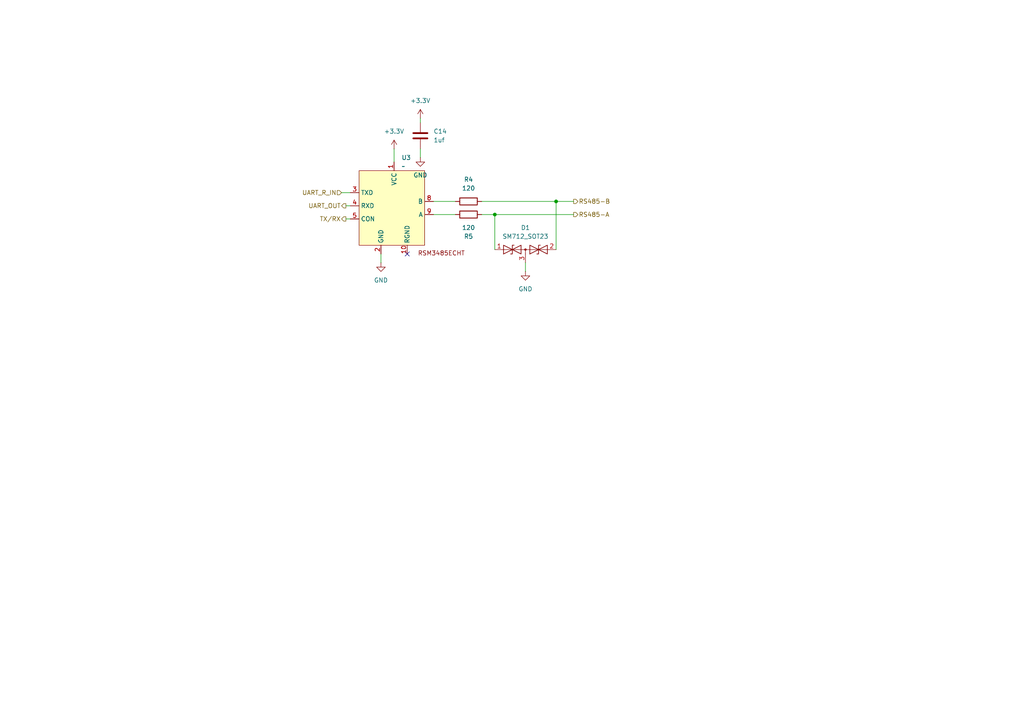
<source format=kicad_sch>
(kicad_sch
	(version 20250114)
	(generator "eeschema")
	(generator_version "9.0")
	(uuid "c626e9de-39b7-4430-bd26-fa7c1efe21e8")
	(paper "A4")
	(lib_symbols
		(symbol "Device:C"
			(pin_numbers
				(hide yes)
			)
			(pin_names
				(offset 0.254)
			)
			(exclude_from_sim no)
			(in_bom yes)
			(on_board yes)
			(property "Reference" "C"
				(at 0.635 2.54 0)
				(effects
					(font
						(size 1.27 1.27)
					)
					(justify left)
				)
			)
			(property "Value" "C"
				(at 0.635 -2.54 0)
				(effects
					(font
						(size 1.27 1.27)
					)
					(justify left)
				)
			)
			(property "Footprint" ""
				(at 0.9652 -3.81 0)
				(effects
					(font
						(size 1.27 1.27)
					)
					(hide yes)
				)
			)
			(property "Datasheet" "~"
				(at 0 0 0)
				(effects
					(font
						(size 1.27 1.27)
					)
					(hide yes)
				)
			)
			(property "Description" "Unpolarized capacitor"
				(at 0 0 0)
				(effects
					(font
						(size 1.27 1.27)
					)
					(hide yes)
				)
			)
			(property "ki_keywords" "cap capacitor"
				(at 0 0 0)
				(effects
					(font
						(size 1.27 1.27)
					)
					(hide yes)
				)
			)
			(property "ki_fp_filters" "C_*"
				(at 0 0 0)
				(effects
					(font
						(size 1.27 1.27)
					)
					(hide yes)
				)
			)
			(symbol "C_0_1"
				(polyline
					(pts
						(xy -2.032 0.762) (xy 2.032 0.762)
					)
					(stroke
						(width 0.508)
						(type default)
					)
					(fill
						(type none)
					)
				)
				(polyline
					(pts
						(xy -2.032 -0.762) (xy 2.032 -0.762)
					)
					(stroke
						(width 0.508)
						(type default)
					)
					(fill
						(type none)
					)
				)
			)
			(symbol "C_1_1"
				(pin passive line
					(at 0 3.81 270)
					(length 2.794)
					(name "~"
						(effects
							(font
								(size 1.27 1.27)
							)
						)
					)
					(number "1"
						(effects
							(font
								(size 1.27 1.27)
							)
						)
					)
				)
				(pin passive line
					(at 0 -3.81 90)
					(length 2.794)
					(name "~"
						(effects
							(font
								(size 1.27 1.27)
							)
						)
					)
					(number "2"
						(effects
							(font
								(size 1.27 1.27)
							)
						)
					)
				)
			)
			(embedded_fonts no)
		)
		(symbol "Device:R"
			(pin_numbers
				(hide yes)
			)
			(pin_names
				(offset 0)
			)
			(exclude_from_sim no)
			(in_bom yes)
			(on_board yes)
			(property "Reference" "R"
				(at 2.032 0 90)
				(effects
					(font
						(size 1.27 1.27)
					)
				)
			)
			(property "Value" "R"
				(at 0 0 90)
				(effects
					(font
						(size 1.27 1.27)
					)
				)
			)
			(property "Footprint" ""
				(at -1.778 0 90)
				(effects
					(font
						(size 1.27 1.27)
					)
					(hide yes)
				)
			)
			(property "Datasheet" "~"
				(at 0 0 0)
				(effects
					(font
						(size 1.27 1.27)
					)
					(hide yes)
				)
			)
			(property "Description" "Resistor"
				(at 0 0 0)
				(effects
					(font
						(size 1.27 1.27)
					)
					(hide yes)
				)
			)
			(property "ki_keywords" "R res resistor"
				(at 0 0 0)
				(effects
					(font
						(size 1.27 1.27)
					)
					(hide yes)
				)
			)
			(property "ki_fp_filters" "R_*"
				(at 0 0 0)
				(effects
					(font
						(size 1.27 1.27)
					)
					(hide yes)
				)
			)
			(symbol "R_0_1"
				(rectangle
					(start -1.016 -2.54)
					(end 1.016 2.54)
					(stroke
						(width 0.254)
						(type default)
					)
					(fill
						(type none)
					)
				)
			)
			(symbol "R_1_1"
				(pin passive line
					(at 0 3.81 270)
					(length 1.27)
					(name "~"
						(effects
							(font
								(size 1.27 1.27)
							)
						)
					)
					(number "1"
						(effects
							(font
								(size 1.27 1.27)
							)
						)
					)
				)
				(pin passive line
					(at 0 -3.81 90)
					(length 1.27)
					(name "~"
						(effects
							(font
								(size 1.27 1.27)
							)
						)
					)
					(number "2"
						(effects
							(font
								(size 1.27 1.27)
							)
						)
					)
				)
			)
			(embedded_fonts no)
		)
		(symbol "Diode:SM712_SOT23"
			(pin_names
				(offset 1.016)
				(hide yes)
			)
			(exclude_from_sim no)
			(in_bom yes)
			(on_board yes)
			(property "Reference" "D"
				(at 0 4.445 0)
				(effects
					(font
						(size 1.27 1.27)
					)
				)
			)
			(property "Value" "SM712_SOT23"
				(at 0 2.54 0)
				(effects
					(font
						(size 1.27 1.27)
					)
				)
			)
			(property "Footprint" "Package_TO_SOT_SMD:SOT-23"
				(at 0 -8.89 0)
				(effects
					(font
						(size 1.27 1.27)
					)
					(hide yes)
				)
			)
			(property "Datasheet" "https://www.littelfuse.com/~/media/electronics/datasheets/tvs_diode_arrays/littelfuse_tvs_diode_array_sm712_datasheet.pdf.pdf"
				(at -3.81 0 0)
				(effects
					(font
						(size 1.27 1.27)
					)
					(hide yes)
				)
			)
			(property "Description" "7V/12V, 600W Asymmetrical TVS Diode Array, SOT-23"
				(at 0 0 0)
				(effects
					(font
						(size 1.27 1.27)
					)
					(hide yes)
				)
			)
			(property "ki_keywords" "transient voltage suppressor thyrector transil"
				(at 0 0 0)
				(effects
					(font
						(size 1.27 1.27)
					)
					(hide yes)
				)
			)
			(property "ki_fp_filters" "SOT?23*"
				(at 0 0 0)
				(effects
					(font
						(size 1.27 1.27)
					)
					(hide yes)
				)
			)
			(symbol "SM712_SOT23_0_0"
				(polyline
					(pts
						(xy 0 -1.27) (xy 0 0)
					)
					(stroke
						(width 0)
						(type default)
					)
					(fill
						(type none)
					)
				)
			)
			(symbol "SM712_SOT23_0_1"
				(polyline
					(pts
						(xy -6.35 0) (xy 6.35 0)
					)
					(stroke
						(width 0)
						(type default)
					)
					(fill
						(type none)
					)
				)
				(polyline
					(pts
						(xy -6.35 -1.27) (xy -1.27 1.27) (xy -1.27 -1.27) (xy -6.35 1.27) (xy -6.35 -1.27)
					)
					(stroke
						(width 0.2032)
						(type default)
					)
					(fill
						(type none)
					)
				)
				(polyline
					(pts
						(xy -3.302 1.27) (xy -3.81 1.27) (xy -3.81 -1.27) (xy -4.318 -1.27)
					)
					(stroke
						(width 0.2032)
						(type default)
					)
					(fill
						(type none)
					)
				)
				(circle
					(center 0 0)
					(radius 0.254)
					(stroke
						(width 0)
						(type default)
					)
					(fill
						(type outline)
					)
				)
				(polyline
					(pts
						(xy 1.27 -1.27) (xy 1.27 1.27) (xy 6.35 -1.27) (xy 6.35 1.27) (xy 1.27 -1.27)
					)
					(stroke
						(width 0.2032)
						(type default)
					)
					(fill
						(type none)
					)
				)
				(polyline
					(pts
						(xy 4.318 1.27) (xy 3.81 1.27) (xy 3.81 -1.27) (xy 3.302 -1.27)
					)
					(stroke
						(width 0.2032)
						(type default)
					)
					(fill
						(type none)
					)
				)
			)
			(symbol "SM712_SOT23_1_1"
				(pin passive line
					(at -8.89 0 0)
					(length 2.54)
					(name "A1"
						(effects
							(font
								(size 1.27 1.27)
							)
						)
					)
					(number "1"
						(effects
							(font
								(size 1.27 1.27)
							)
						)
					)
				)
				(pin input line
					(at 0 -3.81 90)
					(length 2.54)
					(name "common"
						(effects
							(font
								(size 1.27 1.27)
							)
						)
					)
					(number "3"
						(effects
							(font
								(size 1.27 1.27)
							)
						)
					)
				)
				(pin passive line
					(at 8.89 0 180)
					(length 2.54)
					(name "A2"
						(effects
							(font
								(size 1.27 1.27)
							)
						)
					)
					(number "2"
						(effects
							(font
								(size 1.27 1.27)
							)
						)
					)
				)
			)
			(embedded_fonts no)
		)
		(symbol "Riqi_Parts:YLPTEC_RSM3485ECHT"
			(exclude_from_sim no)
			(in_bom yes)
			(on_board yes)
			(property "Reference" "U"
				(at 1.778 1.016 0)
				(effects
					(font
						(size 1.27 1.27)
					)
				)
			)
			(property "Value" ""
				(at 0 0 0)
				(effects
					(font
						(size 1.27 1.27)
					)
				)
			)
			(property "Footprint" "Riqi_Parts:YLPTEC RSM3485ECHT"
				(at 0 0 0)
				(effects
					(font
						(size 1.27 1.27)
					)
					(hide yes)
				)
			)
			(property "Datasheet" "https://lcsc.com/datasheet/lcsc_datasheet_2411051508_YLPTEC-RSM3485ECHT_C2992406.pdf"
				(at 0 0 0)
				(effects
					(font
						(size 1.27 1.27)
					)
					(hide yes)
				)
			)
			(property "Description" "RS485 ISOLATED MODULE"
				(at 0 0 0)
				(effects
					(font
						(size 1.27 1.27)
					)
					(hide yes)
				)
			)
			(symbol "YLPTEC_RSM3485ECHT_1_1"
				(rectangle
					(start -15.24 -1.27)
					(end 3.81 -22.86)
					(stroke
						(width 0)
						(type solid)
					)
					(fill
						(type background)
					)
				)
				(text "RSM3485ECHT"
					(at 8.636 -25.146 0)
					(effects
						(font
							(size 1.27 1.27)
						)
					)
				)
				(pin bidirectional line
					(at -17.78 -7.62 0)
					(length 2.54)
					(name "TXD"
						(effects
							(font
								(size 1.27 1.27)
							)
						)
					)
					(number "3"
						(effects
							(font
								(size 1.27 1.27)
							)
						)
					)
				)
				(pin bidirectional line
					(at -17.78 -11.43 0)
					(length 2.54)
					(name "RXD"
						(effects
							(font
								(size 1.27 1.27)
							)
						)
					)
					(number "4"
						(effects
							(font
								(size 1.27 1.27)
							)
						)
					)
				)
				(pin bidirectional line
					(at -17.78 -15.24 0)
					(length 2.54)
					(name "CON"
						(effects
							(font
								(size 1.27 1.27)
							)
						)
					)
					(number "5"
						(effects
							(font
								(size 1.27 1.27)
							)
						)
					)
				)
				(pin power_in line
					(at -8.89 -25.4 90)
					(length 2.54)
					(name "GND"
						(effects
							(font
								(size 1.27 1.27)
							)
						)
					)
					(number "2"
						(effects
							(font
								(size 1.27 1.27)
							)
						)
					)
				)
				(pin power_in line
					(at -5.08 1.27 270)
					(length 2.54)
					(name "VCC"
						(effects
							(font
								(size 1.27 1.27)
							)
						)
					)
					(number "1"
						(effects
							(font
								(size 1.27 1.27)
							)
						)
					)
				)
				(pin power_in line
					(at -1.27 -25.4 90)
					(length 2.54)
					(name "RGND"
						(effects
							(font
								(size 1.27 1.27)
							)
						)
					)
					(number "10"
						(effects
							(font
								(size 1.27 1.27)
							)
						)
					)
				)
				(pin bidirectional line
					(at 6.35 -10.16 180)
					(length 2.54)
					(name "B"
						(effects
							(font
								(size 1.27 1.27)
							)
						)
					)
					(number "8"
						(effects
							(font
								(size 1.27 1.27)
							)
						)
					)
				)
				(pin bidirectional line
					(at 6.35 -13.97 180)
					(length 2.54)
					(name "A"
						(effects
							(font
								(size 1.27 1.27)
							)
						)
					)
					(number "9"
						(effects
							(font
								(size 1.27 1.27)
							)
						)
					)
				)
			)
			(embedded_fonts no)
		)
		(symbol "power:+3.3V"
			(power)
			(pin_numbers
				(hide yes)
			)
			(pin_names
				(offset 0)
				(hide yes)
			)
			(exclude_from_sim no)
			(in_bom yes)
			(on_board yes)
			(property "Reference" "#PWR"
				(at 0 -3.81 0)
				(effects
					(font
						(size 1.27 1.27)
					)
					(hide yes)
				)
			)
			(property "Value" "+3.3V"
				(at 0 3.556 0)
				(effects
					(font
						(size 1.27 1.27)
					)
				)
			)
			(property "Footprint" ""
				(at 0 0 0)
				(effects
					(font
						(size 1.27 1.27)
					)
					(hide yes)
				)
			)
			(property "Datasheet" ""
				(at 0 0 0)
				(effects
					(font
						(size 1.27 1.27)
					)
					(hide yes)
				)
			)
			(property "Description" "Power symbol creates a global label with name \"+3.3V\""
				(at 0 0 0)
				(effects
					(font
						(size 1.27 1.27)
					)
					(hide yes)
				)
			)
			(property "ki_keywords" "global power"
				(at 0 0 0)
				(effects
					(font
						(size 1.27 1.27)
					)
					(hide yes)
				)
			)
			(symbol "+3.3V_0_1"
				(polyline
					(pts
						(xy -0.762 1.27) (xy 0 2.54)
					)
					(stroke
						(width 0)
						(type default)
					)
					(fill
						(type none)
					)
				)
				(polyline
					(pts
						(xy 0 2.54) (xy 0.762 1.27)
					)
					(stroke
						(width 0)
						(type default)
					)
					(fill
						(type none)
					)
				)
				(polyline
					(pts
						(xy 0 0) (xy 0 2.54)
					)
					(stroke
						(width 0)
						(type default)
					)
					(fill
						(type none)
					)
				)
			)
			(symbol "+3.3V_1_1"
				(pin power_in line
					(at 0 0 90)
					(length 0)
					(name "~"
						(effects
							(font
								(size 1.27 1.27)
							)
						)
					)
					(number "1"
						(effects
							(font
								(size 1.27 1.27)
							)
						)
					)
				)
			)
			(embedded_fonts no)
		)
		(symbol "power:GND"
			(power)
			(pin_numbers
				(hide yes)
			)
			(pin_names
				(offset 0)
				(hide yes)
			)
			(exclude_from_sim no)
			(in_bom yes)
			(on_board yes)
			(property "Reference" "#PWR"
				(at 0 -6.35 0)
				(effects
					(font
						(size 1.27 1.27)
					)
					(hide yes)
				)
			)
			(property "Value" "GND"
				(at 0 -3.81 0)
				(effects
					(font
						(size 1.27 1.27)
					)
				)
			)
			(property "Footprint" ""
				(at 0 0 0)
				(effects
					(font
						(size 1.27 1.27)
					)
					(hide yes)
				)
			)
			(property "Datasheet" ""
				(at 0 0 0)
				(effects
					(font
						(size 1.27 1.27)
					)
					(hide yes)
				)
			)
			(property "Description" "Power symbol creates a global label with name \"GND\" , ground"
				(at 0 0 0)
				(effects
					(font
						(size 1.27 1.27)
					)
					(hide yes)
				)
			)
			(property "ki_keywords" "global power"
				(at 0 0 0)
				(effects
					(font
						(size 1.27 1.27)
					)
					(hide yes)
				)
			)
			(symbol "GND_0_1"
				(polyline
					(pts
						(xy 0 0) (xy 0 -1.27) (xy 1.27 -1.27) (xy 0 -2.54) (xy -1.27 -1.27) (xy 0 -1.27)
					)
					(stroke
						(width 0)
						(type default)
					)
					(fill
						(type none)
					)
				)
			)
			(symbol "GND_1_1"
				(pin power_in line
					(at 0 0 270)
					(length 0)
					(name "~"
						(effects
							(font
								(size 1.27 1.27)
							)
						)
					)
					(number "1"
						(effects
							(font
								(size 1.27 1.27)
							)
						)
					)
				)
			)
			(embedded_fonts no)
		)
	)
	(junction
		(at 143.51 62.23)
		(diameter 0)
		(color 0 0 0 0)
		(uuid "c84c7720-27cd-40b1-81fa-46e713b3b5a3")
	)
	(junction
		(at 161.29 58.42)
		(diameter 0)
		(color 0 0 0 0)
		(uuid "dd87b6be-7446-4d9b-8234-9f8f9e4475dd")
	)
	(no_connect
		(at 118.11 73.66)
		(uuid "85da9774-39ab-4293-a890-7f55becc469e")
	)
	(wire
		(pts
			(xy 161.29 58.42) (xy 161.29 72.39)
		)
		(stroke
			(width 0)
			(type default)
		)
		(uuid "05ef44ae-0020-4d5b-ba29-b3371d3e659c")
	)
	(wire
		(pts
			(xy 110.49 73.66) (xy 110.49 76.2)
		)
		(stroke
			(width 0)
			(type default)
		)
		(uuid "0a45e50a-b210-44f9-8c27-3418df461d8b")
	)
	(wire
		(pts
			(xy 100.33 63.5) (xy 101.6 63.5)
		)
		(stroke
			(width 0)
			(type default)
		)
		(uuid "132f298d-c007-4ee1-b7d2-719e6ccf9022")
	)
	(wire
		(pts
			(xy 114.3 43.18) (xy 114.3 46.99)
		)
		(stroke
			(width 0)
			(type default)
		)
		(uuid "3b8d8c5c-ea20-4d80-95ea-7923e0c64a5f")
	)
	(wire
		(pts
			(xy 99.06 55.88) (xy 101.6 55.88)
		)
		(stroke
			(width 0)
			(type default)
		)
		(uuid "40eade43-82a9-4dca-aaf5-52fac08182dd")
	)
	(wire
		(pts
			(xy 121.92 34.29) (xy 121.92 35.56)
		)
		(stroke
			(width 0)
			(type default)
		)
		(uuid "5e282573-3e66-476c-8538-7dbcf7abd032")
	)
	(wire
		(pts
			(xy 152.4 76.2) (xy 152.4 78.74)
		)
		(stroke
			(width 0)
			(type default)
		)
		(uuid "688884d1-1f80-4e65-8f3c-63a29364d513")
	)
	(wire
		(pts
			(xy 143.51 62.23) (xy 143.51 72.39)
		)
		(stroke
			(width 0)
			(type default)
		)
		(uuid "76928178-6d82-4baa-9286-430f4e419d74")
	)
	(wire
		(pts
			(xy 139.7 62.23) (xy 143.51 62.23)
		)
		(stroke
			(width 0)
			(type default)
		)
		(uuid "998c8c01-ef17-4cfc-9d59-939ddfbaa229")
	)
	(wire
		(pts
			(xy 100.33 59.69) (xy 101.6 59.69)
		)
		(stroke
			(width 0)
			(type default)
		)
		(uuid "c40b1048-d5bb-4190-90e1-ecbc4de45d3f")
	)
	(wire
		(pts
			(xy 125.73 62.23) (xy 132.08 62.23)
		)
		(stroke
			(width 0)
			(type default)
		)
		(uuid "ddcb8524-313f-4cc8-82da-97d097ddd977")
	)
	(wire
		(pts
			(xy 161.29 58.42) (xy 166.37 58.42)
		)
		(stroke
			(width 0)
			(type default)
		)
		(uuid "df595140-bd3d-48dd-b6b2-16f55a92048e")
	)
	(wire
		(pts
			(xy 143.51 62.23) (xy 166.37 62.23)
		)
		(stroke
			(width 0)
			(type default)
		)
		(uuid "e5dd2de1-dc68-4605-868f-269146e89720")
	)
	(wire
		(pts
			(xy 125.73 58.42) (xy 132.08 58.42)
		)
		(stroke
			(width 0)
			(type default)
		)
		(uuid "ef213c19-4efc-4df0-acb8-a79a5bb7a5fa")
	)
	(wire
		(pts
			(xy 121.92 43.18) (xy 121.92 45.72)
		)
		(stroke
			(width 0)
			(type default)
		)
		(uuid "f6026a85-c5b7-4dc0-b1ee-07528d33e51c")
	)
	(wire
		(pts
			(xy 139.7 58.42) (xy 161.29 58.42)
		)
		(stroke
			(width 0)
			(type default)
		)
		(uuid "f9bf15d9-2ac9-4509-b3b0-563912300a57")
	)
	(hierarchical_label "UART_OUT"
		(shape output)
		(at 100.33 59.69 180)
		(effects
			(font
				(size 1.27 1.27)
			)
			(justify right)
		)
		(uuid "49684a41-d4be-4806-bc98-77990bee7c37")
	)
	(hierarchical_label "RS485-A"
		(shape output)
		(at 166.37 62.23 0)
		(effects
			(font
				(size 1.27 1.27)
			)
			(justify left)
		)
		(uuid "5309f8b2-f70c-4f8d-a6d8-cd89f0c7e0be")
	)
	(hierarchical_label "UART_R_IN"
		(shape input)
		(at 99.06 55.88 180)
		(effects
			(font
				(size 1.27 1.27)
			)
			(justify right)
		)
		(uuid "691705b0-98f3-441f-8d4c-79902f905921")
	)
	(hierarchical_label "TX{slash}RX"
		(shape output)
		(at 100.33 63.5 180)
		(effects
			(font
				(size 1.27 1.27)
			)
			(justify right)
		)
		(uuid "71d24239-8aa8-450e-9967-363db5d45787")
	)
	(hierarchical_label "RS485-B"
		(shape output)
		(at 166.37 58.42 0)
		(effects
			(font
				(size 1.27 1.27)
			)
			(justify left)
		)
		(uuid "a3eb9638-2a65-4d2a-87d5-c2d87a94fbb5")
	)
	(symbol
		(lib_id "Riqi_Parts:YLPTEC_RSM3485ECHT")
		(at 119.38 48.26 0)
		(unit 1)
		(exclude_from_sim no)
		(in_bom yes)
		(on_board yes)
		(dnp no)
		(fields_autoplaced yes)
		(uuid "035952cc-d773-470f-be5e-0526ee3ca3ff")
		(property "Reference" "U3"
			(at 116.4433 45.72 0)
			(effects
				(font
					(size 1.27 1.27)
				)
				(justify left)
			)
		)
		(property "Value" "~"
			(at 116.4433 48.26 0)
			(effects
				(font
					(size 1.27 1.27)
				)
				(justify left)
			)
		)
		(property "Footprint" "HUellas 1:Rs_485"
			(at 119.38 48.26 0)
			(effects
				(font
					(size 1.27 1.27)
				)
				(hide yes)
			)
		)
		(property "Datasheet" "https://lcsc.com/datasheet/lcsc_datasheet_2411051508_YLPTEC-RSM3485ECHT_C2992406.pdf"
			(at 119.38 48.26 0)
			(effects
				(font
					(size 1.27 1.27)
				)
				(hide yes)
			)
		)
		(property "Description" "RS485 ISOLATED MODULE"
			(at 119.38 48.26 0)
			(effects
				(font
					(size 1.27 1.27)
				)
				(hide yes)
			)
		)
		(pin "9"
			(uuid "26a93ea0-2b02-41cf-b80d-637b7e2a5041")
		)
		(pin "5"
			(uuid "3885f050-dda5-4d9f-8dd6-700ae6d90be1")
		)
		(pin "10"
			(uuid "76eb3a7f-1b7e-4405-b237-d0a8a2a101ed")
		)
		(pin "8"
			(uuid "60cc94d1-bcd9-4251-93ea-9d6acc6c9408")
		)
		(pin "4"
			(uuid "e479db9d-e7e8-447a-9d3b-2fc5cfd78156")
		)
		(pin "1"
			(uuid "00542f71-8b8b-457e-8c0d-23039c6064d0")
		)
		(pin "2"
			(uuid "6580d830-0d22-4aaf-b196-c2b8aaaf7a00")
		)
		(pin "3"
			(uuid "6f3301d1-1420-43e3-83ef-6700e8c3325a")
		)
		(instances
			(project "ZorionX-Nivara_V1.4"
				(path "/ae5c9891-8291-492e-8a61-8ac340267b67/d47eca49-96e4-4138-8979-47bb60019f67/e329c21d-acaa-4809-a119-b3d497656361"
					(reference "U3")
					(unit 1)
				)
			)
		)
	)
	(symbol
		(lib_id "power:GND")
		(at 110.49 76.2 0)
		(unit 1)
		(exclude_from_sim no)
		(in_bom yes)
		(on_board yes)
		(dnp no)
		(fields_autoplaced yes)
		(uuid "0375b851-b1ff-42cc-892f-e9a474cb14b1")
		(property "Reference" "#PWR022"
			(at 110.49 82.55 0)
			(effects
				(font
					(size 1.27 1.27)
				)
				(hide yes)
			)
		)
		(property "Value" "GND"
			(at 110.49 81.28 0)
			(effects
				(font
					(size 1.27 1.27)
				)
			)
		)
		(property "Footprint" ""
			(at 110.49 76.2 0)
			(effects
				(font
					(size 1.27 1.27)
				)
				(hide yes)
			)
		)
		(property "Datasheet" ""
			(at 110.49 76.2 0)
			(effects
				(font
					(size 1.27 1.27)
				)
				(hide yes)
			)
		)
		(property "Description" "Power symbol creates a global label with name \"GND\" , ground"
			(at 110.49 76.2 0)
			(effects
				(font
					(size 1.27 1.27)
				)
				(hide yes)
			)
		)
		(pin "1"
			(uuid "434065af-173d-4b00-afbe-67fe1a2927cd")
		)
		(instances
			(project "ZorionX-Nivara_V1.4"
				(path "/ae5c9891-8291-492e-8a61-8ac340267b67/d47eca49-96e4-4138-8979-47bb60019f67/e329c21d-acaa-4809-a119-b3d497656361"
					(reference "#PWR022")
					(unit 1)
				)
			)
		)
	)
	(symbol
		(lib_id "Device:R")
		(at 135.89 62.23 90)
		(mirror x)
		(unit 1)
		(exclude_from_sim no)
		(in_bom yes)
		(on_board yes)
		(dnp no)
		(uuid "76e97a34-32b9-40d2-996e-fd339557bac5")
		(property "Reference" "R5"
			(at 135.89 68.58 90)
			(effects
				(font
					(size 1.27 1.27)
				)
			)
		)
		(property "Value" "120"
			(at 135.89 66.04 90)
			(effects
				(font
					(size 1.27 1.27)
				)
			)
		)
		(property "Footprint" "Resistor_SMD:R_0603_1608Metric"
			(at 135.89 60.452 90)
			(effects
				(font
					(size 1.27 1.27)
				)
				(hide yes)
			)
		)
		(property "Datasheet" "~"
			(at 135.89 62.23 0)
			(effects
				(font
					(size 1.27 1.27)
				)
				(hide yes)
			)
		)
		(property "Description" "Resistor"
			(at 135.89 62.23 0)
			(effects
				(font
					(size 1.27 1.27)
				)
				(hide yes)
			)
		)
		(pin "1"
			(uuid "b68323cd-0644-4060-8c25-3b58579b495d")
		)
		(pin "2"
			(uuid "60cb7e9d-8117-49dc-8a7e-3d2b66cf18ce")
		)
		(instances
			(project "ZorionX-Nivara_V1.4"
				(path "/ae5c9891-8291-492e-8a61-8ac340267b67/d47eca49-96e4-4138-8979-47bb60019f67/e329c21d-acaa-4809-a119-b3d497656361"
					(reference "R5")
					(unit 1)
				)
			)
		)
	)
	(symbol
		(lib_id "power:+3.3V")
		(at 114.3 43.18 0)
		(unit 1)
		(exclude_from_sim no)
		(in_bom yes)
		(on_board yes)
		(dnp no)
		(fields_autoplaced yes)
		(uuid "7c4725b6-de01-4031-8568-eb872d7a2b07")
		(property "Reference" "#PWR076"
			(at 114.3 46.99 0)
			(effects
				(font
					(size 1.27 1.27)
				)
				(hide yes)
			)
		)
		(property "Value" "+3.3V"
			(at 114.3 38.1 0)
			(effects
				(font
					(size 1.27 1.27)
				)
			)
		)
		(property "Footprint" ""
			(at 114.3 43.18 0)
			(effects
				(font
					(size 1.27 1.27)
				)
				(hide yes)
			)
		)
		(property "Datasheet" ""
			(at 114.3 43.18 0)
			(effects
				(font
					(size 1.27 1.27)
				)
				(hide yes)
			)
		)
		(property "Description" "Power symbol creates a global label with name \"+3.3V\""
			(at 114.3 43.18 0)
			(effects
				(font
					(size 1.27 1.27)
				)
				(hide yes)
			)
		)
		(pin "1"
			(uuid "3e5f3c56-6a64-4240-9ba0-bb1fe5eb9ce2")
		)
		(instances
			(project "ZorionX-Nivara_V1.4"
				(path "/ae5c9891-8291-492e-8a61-8ac340267b67/d47eca49-96e4-4138-8979-47bb60019f67/e329c21d-acaa-4809-a119-b3d497656361"
					(reference "#PWR076")
					(unit 1)
				)
			)
		)
	)
	(symbol
		(lib_id "Device:C")
		(at 121.92 39.37 0)
		(unit 1)
		(exclude_from_sim no)
		(in_bom yes)
		(on_board yes)
		(dnp no)
		(fields_autoplaced yes)
		(uuid "7f89a86a-6084-486f-bf78-8162a79032a6")
		(property "Reference" "C14"
			(at 125.73 38.0999 0)
			(effects
				(font
					(size 1.27 1.27)
				)
				(justify left)
			)
		)
		(property "Value" "1uf"
			(at 125.73 40.6399 0)
			(effects
				(font
					(size 1.27 1.27)
				)
				(justify left)
			)
		)
		(property "Footprint" "Capacitor_SMD:C_0603_1608Metric"
			(at 122.8852 43.18 0)
			(effects
				(font
					(size 1.27 1.27)
				)
				(hide yes)
			)
		)
		(property "Datasheet" "~"
			(at 121.92 39.37 0)
			(effects
				(font
					(size 1.27 1.27)
				)
				(hide yes)
			)
		)
		(property "Description" "Unpolarized capacitor"
			(at 121.92 39.37 0)
			(effects
				(font
					(size 1.27 1.27)
				)
				(hide yes)
			)
		)
		(pin "2"
			(uuid "026d7918-68ac-4e2e-ac99-b5d7963dd277")
		)
		(pin "1"
			(uuid "bd140c63-c390-4ecd-b85d-9b5294228b66")
		)
		(instances
			(project "ZorionX-Nivara_V1.4"
				(path "/ae5c9891-8291-492e-8a61-8ac340267b67/d47eca49-96e4-4138-8979-47bb60019f67/e329c21d-acaa-4809-a119-b3d497656361"
					(reference "C14")
					(unit 1)
				)
			)
		)
	)
	(symbol
		(lib_id "power:GND")
		(at 152.4 78.74 0)
		(unit 1)
		(exclude_from_sim no)
		(in_bom yes)
		(on_board yes)
		(dnp no)
		(fields_autoplaced yes)
		(uuid "b48be7bf-4ee6-44a4-a5c9-218c86ca6045")
		(property "Reference" "#PWR024"
			(at 152.4 85.09 0)
			(effects
				(font
					(size 1.27 1.27)
				)
				(hide yes)
			)
		)
		(property "Value" "GND"
			(at 152.4 83.82 0)
			(effects
				(font
					(size 1.27 1.27)
				)
			)
		)
		(property "Footprint" ""
			(at 152.4 78.74 0)
			(effects
				(font
					(size 1.27 1.27)
				)
				(hide yes)
			)
		)
		(property "Datasheet" ""
			(at 152.4 78.74 0)
			(effects
				(font
					(size 1.27 1.27)
				)
				(hide yes)
			)
		)
		(property "Description" "Power symbol creates a global label with name \"GND\" , ground"
			(at 152.4 78.74 0)
			(effects
				(font
					(size 1.27 1.27)
				)
				(hide yes)
			)
		)
		(pin "1"
			(uuid "fdef9cc9-2f30-4e00-bf19-10ec9614ab6a")
		)
		(instances
			(project "ZorionX-Nivara_V1.4"
				(path "/ae5c9891-8291-492e-8a61-8ac340267b67/d47eca49-96e4-4138-8979-47bb60019f67/e329c21d-acaa-4809-a119-b3d497656361"
					(reference "#PWR024")
					(unit 1)
				)
			)
		)
	)
	(symbol
		(lib_id "power:+3.3V")
		(at 121.92 34.29 0)
		(unit 1)
		(exclude_from_sim no)
		(in_bom yes)
		(on_board yes)
		(dnp no)
		(fields_autoplaced yes)
		(uuid "bdc33729-c98f-481b-a33f-0eb96d072ec8")
		(property "Reference" "#PWR023"
			(at 121.92 38.1 0)
			(effects
				(font
					(size 1.27 1.27)
				)
				(hide yes)
			)
		)
		(property "Value" "+3.3V"
			(at 121.92 29.21 0)
			(effects
				(font
					(size 1.27 1.27)
				)
			)
		)
		(property "Footprint" ""
			(at 121.92 34.29 0)
			(effects
				(font
					(size 1.27 1.27)
				)
				(hide yes)
			)
		)
		(property "Datasheet" ""
			(at 121.92 34.29 0)
			(effects
				(font
					(size 1.27 1.27)
				)
				(hide yes)
			)
		)
		(property "Description" "Power symbol creates a global label with name \"+3.3V\""
			(at 121.92 34.29 0)
			(effects
				(font
					(size 1.27 1.27)
				)
				(hide yes)
			)
		)
		(pin "1"
			(uuid "bccb0630-3bdf-4c07-bb9e-742fdc3a68d5")
		)
		(instances
			(project "ZorionX-Nivara_V1.4"
				(path "/ae5c9891-8291-492e-8a61-8ac340267b67/d47eca49-96e4-4138-8979-47bb60019f67/e329c21d-acaa-4809-a119-b3d497656361"
					(reference "#PWR023")
					(unit 1)
				)
			)
		)
	)
	(symbol
		(lib_id "Device:R")
		(at 135.89 58.42 90)
		(unit 1)
		(exclude_from_sim no)
		(in_bom yes)
		(on_board yes)
		(dnp no)
		(fields_autoplaced yes)
		(uuid "bf82df4b-f76f-4a7f-9343-532d9025c339")
		(property "Reference" "R4"
			(at 135.89 52.07 90)
			(effects
				(font
					(size 1.27 1.27)
				)
			)
		)
		(property "Value" "120"
			(at 135.89 54.61 90)
			(effects
				(font
					(size 1.27 1.27)
				)
			)
		)
		(property "Footprint" "Resistor_SMD:R_0603_1608Metric"
			(at 135.89 60.198 90)
			(effects
				(font
					(size 1.27 1.27)
				)
				(hide yes)
			)
		)
		(property "Datasheet" "~"
			(at 135.89 58.42 0)
			(effects
				(font
					(size 1.27 1.27)
				)
				(hide yes)
			)
		)
		(property "Description" "Resistor"
			(at 135.89 58.42 0)
			(effects
				(font
					(size 1.27 1.27)
				)
				(hide yes)
			)
		)
		(pin "1"
			(uuid "1a9e8c45-d414-4d6c-ad90-dccd2d38cbb9")
		)
		(pin "2"
			(uuid "8e967712-5e75-4c92-9378-aac38002832a")
		)
		(instances
			(project "ZorionX-Nivara_V1.4"
				(path "/ae5c9891-8291-492e-8a61-8ac340267b67/d47eca49-96e4-4138-8979-47bb60019f67/e329c21d-acaa-4809-a119-b3d497656361"
					(reference "R4")
					(unit 1)
				)
			)
		)
	)
	(symbol
		(lib_id "power:GND")
		(at 121.92 45.72 0)
		(unit 1)
		(exclude_from_sim no)
		(in_bom yes)
		(on_board yes)
		(dnp no)
		(fields_autoplaced yes)
		(uuid "ce6c85fc-e0e8-4a52-ab14-ec5d37af98df")
		(property "Reference" "#PWR075"
			(at 121.92 52.07 0)
			(effects
				(font
					(size 1.27 1.27)
				)
				(hide yes)
			)
		)
		(property "Value" "GND"
			(at 121.92 50.8 0)
			(effects
				(font
					(size 1.27 1.27)
				)
			)
		)
		(property "Footprint" ""
			(at 121.92 45.72 0)
			(effects
				(font
					(size 1.27 1.27)
				)
				(hide yes)
			)
		)
		(property "Datasheet" ""
			(at 121.92 45.72 0)
			(effects
				(font
					(size 1.27 1.27)
				)
				(hide yes)
			)
		)
		(property "Description" "Power symbol creates a global label with name \"GND\" , ground"
			(at 121.92 45.72 0)
			(effects
				(font
					(size 1.27 1.27)
				)
				(hide yes)
			)
		)
		(pin "1"
			(uuid "958be928-9f6b-496b-9977-a07109f4ce60")
		)
		(instances
			(project "ZorionX-Nivara_V1.4"
				(path "/ae5c9891-8291-492e-8a61-8ac340267b67/d47eca49-96e4-4138-8979-47bb60019f67/e329c21d-acaa-4809-a119-b3d497656361"
					(reference "#PWR075")
					(unit 1)
				)
			)
		)
	)
	(symbol
		(lib_id "Diode:SM712_SOT23")
		(at 152.4 72.39 0)
		(unit 1)
		(exclude_from_sim no)
		(in_bom yes)
		(on_board yes)
		(dnp no)
		(fields_autoplaced yes)
		(uuid "e07a4a87-7d83-4e86-8661-b86cfd3c15f5")
		(property "Reference" "D1"
			(at 152.4 66.04 0)
			(effects
				(font
					(size 1.27 1.27)
				)
			)
		)
		(property "Value" "SM712_SOT23"
			(at 152.4 68.58 0)
			(effects
				(font
					(size 1.27 1.27)
				)
			)
		)
		(property "Footprint" "Package_TO_SOT_SMD:SOT-23"
			(at 152.4 81.28 0)
			(effects
				(font
					(size 1.27 1.27)
				)
				(hide yes)
			)
		)
		(property "Datasheet" "https://www.littelfuse.com/~/media/electronics/datasheets/tvs_diode_arrays/littelfuse_tvs_diode_array_sm712_datasheet.pdf.pdf"
			(at 148.59 72.39 0)
			(effects
				(font
					(size 1.27 1.27)
				)
				(hide yes)
			)
		)
		(property "Description" "7V/12V, 600W Asymmetrical TVS Diode Array, SOT-23"
			(at 152.4 72.39 0)
			(effects
				(font
					(size 1.27 1.27)
				)
				(hide yes)
			)
		)
		(pin "2"
			(uuid "6aa4d604-ade1-4de8-926b-67d5108d80ae")
		)
		(pin "1"
			(uuid "1d2552b1-bcc7-4cde-bd94-f9c40bef8877")
		)
		(pin "3"
			(uuid "3bc53c0e-955a-481e-889d-b6333df17752")
		)
		(instances
			(project "ZorionX-Nivara_V1.4"
				(path "/ae5c9891-8291-492e-8a61-8ac340267b67/d47eca49-96e4-4138-8979-47bb60019f67/e329c21d-acaa-4809-a119-b3d497656361"
					(reference "D1")
					(unit 1)
				)
			)
		)
	)
)

</source>
